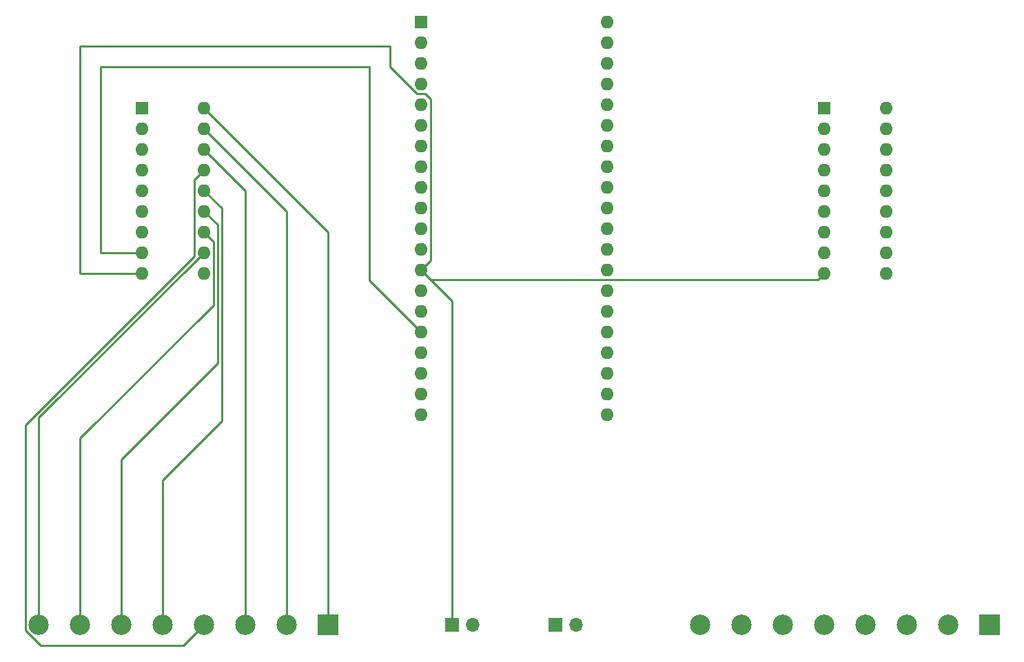
<source format=gbr>
%TF.GenerationSoftware,KiCad,Pcbnew,(6.0.1)*%
%TF.CreationDate,2022-07-03T17:59:52-04:00*%
%TF.ProjectId,tesy,74657379-2e6b-4696-9361-645f70636258,rev?*%
%TF.SameCoordinates,Original*%
%TF.FileFunction,Copper,L2,Bot*%
%TF.FilePolarity,Positive*%
%FSLAX46Y46*%
G04 Gerber Fmt 4.6, Leading zero omitted, Abs format (unit mm)*
G04 Created by KiCad (PCBNEW (6.0.1)) date 2022-07-03 17:59:52*
%MOMM*%
%LPD*%
G01*
G04 APERTURE LIST*
%TA.AperFunction,ComponentPad*%
%ADD10R,1.600000X1.600000*%
%TD*%
%TA.AperFunction,ComponentPad*%
%ADD11O,1.600000X1.600000*%
%TD*%
%TA.AperFunction,ComponentPad*%
%ADD12R,2.500000X2.500000*%
%TD*%
%TA.AperFunction,ComponentPad*%
%ADD13C,2.500000*%
%TD*%
%TA.AperFunction,ComponentPad*%
%ADD14R,1.700000X1.700000*%
%TD*%
%TA.AperFunction,ComponentPad*%
%ADD15O,1.700000X1.700000*%
%TD*%
%TA.AperFunction,Conductor*%
%ADD16C,0.250000*%
%TD*%
G04 APERTURE END LIST*
D10*
%TO.P,U2,1,I1*%
%TO.N,Net-(U2-Pad1)*%
X127000000Y-66040000D03*
D11*
%TO.P,U2,2,I2*%
%TO.N,Net-(U2-Pad2)*%
X127000000Y-68580000D03*
%TO.P,U2,3,I3*%
%TO.N,Net-(U2-Pad3)*%
X127000000Y-71120000D03*
%TO.P,U2,4,I4*%
%TO.N,Net-(U2-Pad4)*%
X127000000Y-73660000D03*
%TO.P,U2,5,I5*%
%TO.N,Net-(U2-Pad5)*%
X127000000Y-76200000D03*
%TO.P,U2,6,I6*%
%TO.N,Net-(U2-Pad6)*%
X127000000Y-78740000D03*
%TO.P,U2,7,I7*%
%TO.N,Net-(U2-Pad7)*%
X127000000Y-81280000D03*
%TO.P,U2,8,I8*%
%TO.N,Net-(U2-Pad8)*%
X127000000Y-83820000D03*
%TO.P,U2,9,Vs*%
%TO.N,VCC*%
X127000000Y-86360000D03*
%TO.P,U2,10,GND*%
%TO.N,GND*%
X134620000Y-86360000D03*
%TO.P,U2,11,O8*%
%TO.N,Net-(J2-Pad8)*%
X134620000Y-83820000D03*
%TO.P,U2,12,O7*%
%TO.N,Net-(J2-Pad7)*%
X134620000Y-81280000D03*
%TO.P,U2,13,O6*%
%TO.N,Net-(J2-Pad6)*%
X134620000Y-78740000D03*
%TO.P,U2,14,O5*%
%TO.N,Net-(J2-Pad5)*%
X134620000Y-76200000D03*
%TO.P,U2,15,O4*%
%TO.N,Net-(J2-Pad4)*%
X134620000Y-73660000D03*
%TO.P,U2,16,O3*%
%TO.N,Net-(J2-Pad3)*%
X134620000Y-71120000D03*
%TO.P,U2,17,O2*%
%TO.N,Net-(J2-Pad2)*%
X134620000Y-68580000D03*
%TO.P,U2,18,O1*%
%TO.N,Net-(J2-Pad1)*%
X134620000Y-66040000D03*
%TD*%
D10*
%TO.P,U3,1,SenseVp*%
%TO.N,unconnected-(U3-Pad1)*%
X77470000Y-55483500D03*
D11*
%TO.P,U3,2,SenseVN*%
%TO.N,unconnected-(U3-Pad2)*%
X77470000Y-58023500D03*
%TO.P,U3,3,GND*%
%TO.N,unconnected-(U3-Pad3)*%
X77470000Y-60563500D03*
%TO.P,U3,4,Vin*%
%TO.N,unconnected-(U3-Pad4)*%
X77470000Y-63103500D03*
%TO.P,U3,5,IO35*%
%TO.N,unconnected-(U3-Pad5)*%
X77470000Y-65643500D03*
%TO.P,U3,6,IO34*%
%TO.N,unconnected-(U3-Pad6)*%
X77470000Y-68183500D03*
%TO.P,U3,7,IO33*%
%TO.N,Net-(U1-Pad1)*%
X77470000Y-70723500D03*
%TO.P,U3,8,IO32*%
%TO.N,Net-(U1-Pad2)*%
X77470000Y-73263500D03*
%TO.P,U3,9,3_3v*%
%TO.N,unconnected-(U3-Pad9)*%
X77470000Y-75803500D03*
%TO.P,U3,10,DAC0*%
%TO.N,Net-(U1-Pad3)*%
X77470000Y-78343500D03*
%TO.P,U3,11,DAC1*%
%TO.N,Net-(U1-Pad4)*%
X77470000Y-80883500D03*
%TO.P,U3,12,IO27*%
%TO.N,Net-(U1-Pad5)*%
X77470000Y-83423500D03*
%TO.P,U3,13,Vhi*%
%TO.N,VCC*%
X77470000Y-85963500D03*
%TO.P,U3,14,IO23*%
%TO.N,Net-(U1-Pad6)*%
X77470000Y-88503500D03*
%TO.P,U3,15,IO22*%
%TO.N,Net-(U1-Pad7)*%
X77470000Y-91043500D03*
%TO.P,U3,16,IO21*%
%TO.N,Net-(U1-Pad8)*%
X77470000Y-93583500D03*
%TO.P,U3,17,EN*%
%TO.N,unconnected-(U3-Pad17)*%
X77470000Y-96123500D03*
%TO.P,U3,18,3_3v*%
%TO.N,unconnected-(U3-Pad18)*%
X77470000Y-98663500D03*
%TO.P,U3,19,5v*%
%TO.N,unconnected-(U3-Pad19)*%
X77470000Y-101203500D03*
%TO.P,U3,20,GND*%
%TO.N,GND*%
X77470000Y-103743500D03*
%TO.P,U3,21,GND*%
%TO.N,unconnected-(U3-Pad21)*%
X100330000Y-103743500D03*
%TO.P,U3,22,Vin*%
%TO.N,unconnected-(U3-Pad22)*%
X100330000Y-101203500D03*
%TO.P,U3,23,3_3v*%
%TO.N,unconnected-(U3-Pad23)*%
X100330000Y-98663500D03*
%TO.P,U3,24,IO0*%
%TO.N,unconnected-(U3-Pad24)*%
X100330000Y-96123500D03*
%TO.P,U3,25,IO2*%
%TO.N,Net-(U2-Pad8)*%
X100330000Y-93583500D03*
%TO.P,U3,26,IO4*%
%TO.N,Net-(U2-Pad7)*%
X100330000Y-91043500D03*
%TO.P,U3,27,IO5*%
%TO.N,unconnected-(U3-Pad27)*%
X100330000Y-88503500D03*
%TO.P,U3,28,IO12*%
%TO.N,Net-(U2-Pad6)*%
X100330000Y-85963500D03*
%TO.P,U3,29,IO13*%
%TO.N,Net-(U2-Pad5)*%
X100330000Y-83423500D03*
%TO.P,U3,30,IO14*%
%TO.N,unconnected-(U3-Pad30)*%
X100330000Y-80883500D03*
%TO.P,U3,31,IO15*%
%TO.N,unconnected-(U3-Pad31)*%
X100330000Y-78343500D03*
%TO.P,U3,32,3_3v*%
%TO.N,unconnected-(U3-Pad32)*%
X100330000Y-75803500D03*
%TO.P,U3,33,IO16*%
%TO.N,Net-(U2-Pad4)*%
X100330000Y-73263500D03*
%TO.P,U3,34,IO17*%
%TO.N,Net-(U2-Pad3)*%
X100330000Y-70723500D03*
%TO.P,U3,35,IO18*%
%TO.N,Net-(U2-Pad2)*%
X100330000Y-68183500D03*
%TO.P,U3,36,IO19*%
%TO.N,Net-(U2-Pad1)*%
X100330000Y-65643500D03*
%TO.P,U3,37,Vin*%
%TO.N,unconnected-(U3-Pad37)*%
X100330000Y-63103500D03*
%TO.P,U3,38,GND*%
%TO.N,unconnected-(U3-Pad38)*%
X100330000Y-60563500D03*
%TO.P,U3,39,RxD*%
%TO.N,unconnected-(U3-Pad39)*%
X100330000Y-58023500D03*
%TO.P,U3,40,TxD*%
%TO.N,unconnected-(U3-Pad40)*%
X100330000Y-55483500D03*
%TD*%
D12*
%TO.P,J2,1,Pin_1*%
%TO.N,Net-(J2-Pad1)*%
X147340000Y-129540000D03*
D13*
%TO.P,J2,2,Pin_2*%
%TO.N,Net-(J2-Pad2)*%
X142260000Y-129540000D03*
%TO.P,J2,3,Pin_3*%
%TO.N,Net-(J2-Pad3)*%
X137180000Y-129540000D03*
%TO.P,J2,4,Pin_4*%
%TO.N,Net-(J2-Pad4)*%
X132100000Y-129540000D03*
%TO.P,J2,5,Pin_5*%
%TO.N,Net-(J2-Pad5)*%
X127020000Y-129540000D03*
%TO.P,J2,6,Pin_6*%
%TO.N,Net-(J2-Pad6)*%
X121940000Y-129540000D03*
%TO.P,J2,7,Pin_7*%
%TO.N,Net-(J2-Pad7)*%
X116860000Y-129540000D03*
%TO.P,J2,8,Pin_8*%
%TO.N,Net-(J2-Pad8)*%
X111780000Y-129540000D03*
%TD*%
D12*
%TO.P,J1,1,Pin_1*%
%TO.N,Net-(J1-Pad1)*%
X66060000Y-129540000D03*
D13*
%TO.P,J1,2,Pin_2*%
%TO.N,Net-(J1-Pad2)*%
X60980000Y-129540000D03*
%TO.P,J1,3,Pin_3*%
%TO.N,Net-(J1-Pad3)*%
X55900000Y-129540000D03*
%TO.P,J1,4,Pin_4*%
%TO.N,Net-(J1-Pad4)*%
X50820000Y-129540000D03*
%TO.P,J1,5,Pin_5*%
%TO.N,Net-(J1-Pad5)*%
X45740000Y-129540000D03*
%TO.P,J1,6,Pin_6*%
%TO.N,Net-(J1-Pad6)*%
X40660000Y-129540000D03*
%TO.P,J1,7,Pin_7*%
%TO.N,Net-(J1-Pad7)*%
X35580000Y-129540000D03*
%TO.P,J1,8,Pin_8*%
%TO.N,Net-(J1-Pad8)*%
X30500000Y-129540000D03*
%TD*%
D10*
%TO.P,U1,1,I1*%
%TO.N,Net-(U1-Pad1)*%
X43180000Y-66040000D03*
D11*
%TO.P,U1,2,I2*%
%TO.N,Net-(U1-Pad2)*%
X43180000Y-68580000D03*
%TO.P,U1,3,I3*%
%TO.N,Net-(U1-Pad3)*%
X43180000Y-71120000D03*
%TO.P,U1,4,I4*%
%TO.N,Net-(U1-Pad4)*%
X43180000Y-73660000D03*
%TO.P,U1,5,I5*%
%TO.N,Net-(U1-Pad5)*%
X43180000Y-76200000D03*
%TO.P,U1,6,I6*%
%TO.N,Net-(U1-Pad6)*%
X43180000Y-78740000D03*
%TO.P,U1,7,I7*%
%TO.N,Net-(U1-Pad7)*%
X43180000Y-81280000D03*
%TO.P,U1,8,I8*%
%TO.N,Net-(U1-Pad8)*%
X43180000Y-83820000D03*
%TO.P,U1,9,Vs*%
%TO.N,VCC*%
X43180000Y-86360000D03*
%TO.P,U1,10,GND*%
%TO.N,GND*%
X50800000Y-86360000D03*
%TO.P,U1,11,O8*%
%TO.N,Net-(J1-Pad8)*%
X50800000Y-83820000D03*
%TO.P,U1,12,O7*%
%TO.N,Net-(J1-Pad7)*%
X50800000Y-81280000D03*
%TO.P,U1,13,O6*%
%TO.N,Net-(J1-Pad6)*%
X50800000Y-78740000D03*
%TO.P,U1,14,O5*%
%TO.N,Net-(J1-Pad5)*%
X50800000Y-76200000D03*
%TO.P,U1,15,O4*%
%TO.N,Net-(J1-Pad4)*%
X50800000Y-73660000D03*
%TO.P,U1,16,O3*%
%TO.N,Net-(J1-Pad3)*%
X50800000Y-71120000D03*
%TO.P,U1,17,O2*%
%TO.N,Net-(J1-Pad2)*%
X50800000Y-68580000D03*
%TO.P,U1,18,O1*%
%TO.N,Net-(J1-Pad1)*%
X50800000Y-66040000D03*
%TD*%
D14*
%TO.P,J3,1,Pin_1*%
%TO.N,VCC*%
X81280000Y-129540000D03*
D15*
%TO.P,J3,2,Pin_2*%
%TO.N,GND*%
X83820000Y-129540000D03*
%TD*%
D14*
%TO.P,J4,1,Pin_1*%
%TO.N,GND*%
X93980000Y-129540000D03*
D15*
%TO.P,J4,2,Pin_2*%
X96520000Y-129540000D03*
%TD*%
D16*
%TO.N,Net-(U1-Pad8)*%
X71120000Y-60960000D02*
X38100000Y-60960000D01*
X77470000Y-93583500D02*
X71120000Y-87233500D01*
X38100000Y-83820000D02*
X43180000Y-83820000D01*
X71120000Y-87233500D02*
X71120000Y-60960000D01*
X38100000Y-60960000D02*
X38100000Y-83820000D01*
%TO.N,VCC*%
X81280000Y-89773500D02*
X77470000Y-85963500D01*
X78648511Y-84784989D02*
X77470000Y-85963500D01*
X73660000Y-60960167D02*
X76981844Y-64282011D01*
X35560000Y-86360000D02*
X35560000Y-58420000D01*
X43180000Y-86360000D02*
X35560000Y-86360000D01*
X77470000Y-85963500D02*
X78648511Y-87142011D01*
X76981844Y-64282011D02*
X77958156Y-64282011D01*
X77958156Y-64282011D02*
X78648511Y-64972366D01*
X126217989Y-87142011D02*
X127000000Y-86360000D01*
X35560000Y-58420000D02*
X73660000Y-58420000D01*
X73660000Y-58420000D02*
X73660000Y-60960167D01*
X78648511Y-87142011D02*
X126217989Y-87142011D01*
X78648511Y-64972366D02*
X78648511Y-84784989D01*
X81280000Y-129540000D02*
X81280000Y-89773500D01*
%TO.N,Net-(J1-Pad8)*%
X30500000Y-104120000D02*
X30500000Y-129540000D01*
X50800000Y-83820000D02*
X30500000Y-104120000D01*
%TO.N,Net-(J1-Pad7)*%
X50800000Y-81280000D02*
X51978511Y-82458511D01*
X35580000Y-106660000D02*
X35580000Y-129540000D01*
X51978511Y-90261489D02*
X35580000Y-106660000D01*
X51978511Y-82458511D02*
X51978511Y-90261489D01*
%TO.N,Net-(J1-Pad6)*%
X40640000Y-109220000D02*
X40660000Y-109240000D01*
X52482030Y-97377970D02*
X40640000Y-109220000D01*
X52482030Y-80422030D02*
X52482030Y-97377970D01*
X50800000Y-78740000D02*
X52482030Y-80422030D01*
X40660000Y-109240000D02*
X40660000Y-129540000D01*
%TO.N,Net-(J1-Pad5)*%
X50800000Y-76200000D02*
X52985549Y-78385549D01*
X45740000Y-111780000D02*
X45740000Y-129540000D01*
X52985549Y-104494451D02*
X45720000Y-111760000D01*
X45720000Y-111760000D02*
X45740000Y-111780000D01*
X52985549Y-78385549D02*
X52985549Y-104494451D01*
%TO.N,Net-(J1-Pad4)*%
X49621489Y-74838511D02*
X49621489Y-84286427D01*
X50800000Y-73660000D02*
X49621489Y-74838511D01*
X49621489Y-84286427D02*
X28871489Y-105036427D01*
X28871489Y-105036427D02*
X28871489Y-130214552D01*
X30736937Y-132080000D02*
X48280000Y-132080000D01*
X28871489Y-130214552D02*
X30736937Y-132080000D01*
X48280000Y-132080000D02*
X50820000Y-129540000D01*
%TO.N,Net-(J1-Pad3)*%
X55900000Y-76220000D02*
X55900000Y-129540000D01*
X50800000Y-71120000D02*
X55900000Y-76220000D01*
%TO.N,Net-(J1-Pad2)*%
X60980000Y-78760000D02*
X60980000Y-129540000D01*
X50800000Y-68580000D02*
X60980000Y-78760000D01*
%TO.N,Net-(J1-Pad1)*%
X50800000Y-66040000D02*
X66060000Y-81300000D01*
X66060000Y-81300000D02*
X66060000Y-129540000D01*
%TD*%
M02*

</source>
